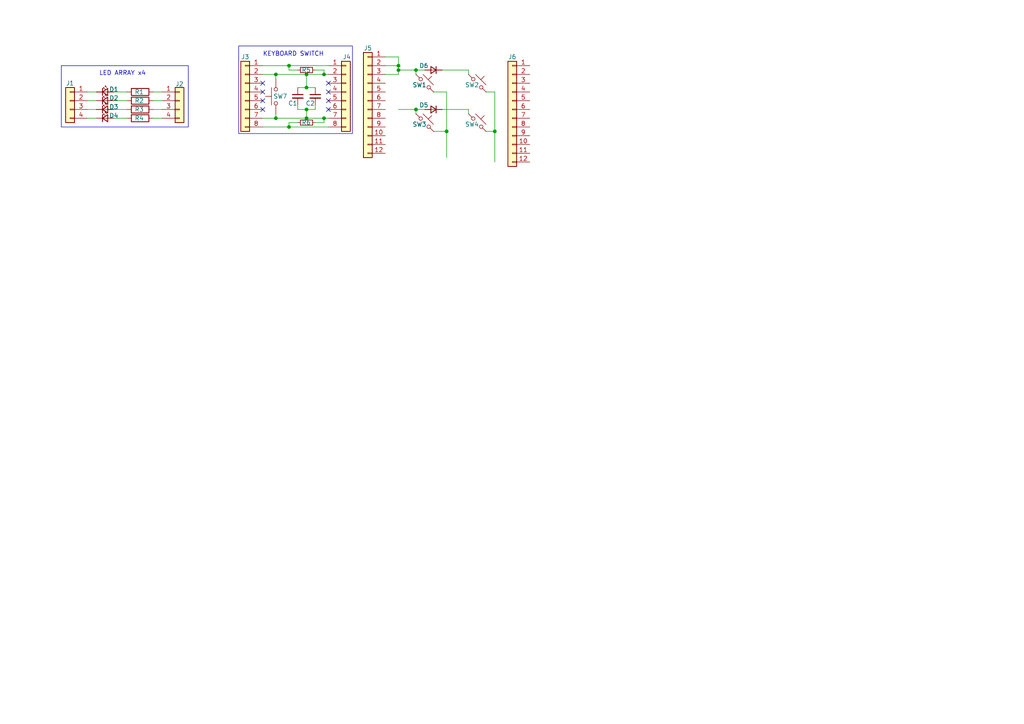
<source format=kicad_sch>
(kicad_sch (version 20231120) (generator "eeschema") (generator_version "8.0")
  (paper "A4")
  (lib_symbols
    (symbol "Connector_Generic:Conn_01x04" (pin_names (offset 1.016) hide)
      (property "Reference" "J" (at 0 5.08 0))
      (property "Value" "Conn_01x04" (at 0 -7.62 0))
      (symbol "Conn_01x04_1_1"
        (rectangle (start -1.27 -4.953) (end 0 -5.207) (stroke (width 0.1524)))
        (rectangle (start -1.27 -2.413) (end 0 -2.667) (stroke (width 0.1524)))
        (rectangle (start -1.27 0.127) (end 0 -0.127) (stroke (width 0.1524)))
        (rectangle (start -1.27 2.667) (end 0 2.413) (stroke (width 0.1524)))
        (rectangle (start -1.27 3.81) (end 1.27 -6.35) (stroke (width 0.254)) (fill (type background)))
        (pin passive line (at -5.08 2.54 0) (length 3.81) (name "Pin_1") (number "1"))
        (pin passive line (at -5.08 0 0) (length 3.81) (name "Pin_2") (number "2"))
        (pin passive line (at -5.08 -2.54 0) (length 3.81) (name "Pin_3") (number "3"))
        (pin passive line (at -5.08 -5.08 0) (length 3.81) (name "Pin_4") (number "4"))
      )
    )
    (symbol "Connector_Generic:Conn_01x08" (pin_names (offset 1.016) hide)
      (property "Reference" "J" (at 0 10.16 0))
      (property "Value" "Conn_01x08" (at 0 -12.7 0))
      (symbol "Conn_01x08_1_1"
        (rectangle (start -1.27 -10.033) (end 0 -10.287) (stroke (width 0.1524)))
        (rectangle (start -1.27 -7.493) (end 0 -7.747) (stroke (width 0.1524)))
        (rectangle (start -1.27 -4.953) (end 0 -5.207) (stroke (width 0.1524)))
        (rectangle (start -1.27 -2.413) (end 0 -2.667) (stroke (width 0.1524)))
        (rectangle (start -1.27 0.127) (end 0 -0.127) (stroke (width 0.1524)))
        (rectangle (start -1.27 2.667) (end 0 2.413) (stroke (width 0.1524)))
        (rectangle (start -1.27 5.207) (end 0 4.953) (stroke (width 0.1524)))
        (rectangle (start -1.27 7.747) (end 0 7.493) (stroke (width 0.1524)))
        (rectangle (start -1.27 8.89) (end 1.27 -11.43) (stroke (width 0.254)) (fill (type background)))
        (pin passive line (at -5.08 7.62 0) (length 3.81) (name "Pin_1") (number "1"))
        (pin passive line (at -5.08 5.08 0) (length 3.81) (name "Pin_2") (number "2"))
        (pin passive line (at -5.08 2.54 0) (length 3.81) (name "Pin_3") (number "3"))
        (pin passive line (at -5.08 0 0) (length 3.81) (name "Pin_4") (number "4"))
        (pin passive line (at -5.08 -2.54 0) (length 3.81) (name "Pin_5") (number "5"))
        (pin passive line (at -5.08 -5.08 0) (length 3.81) (name "Pin_6") (number "6"))
        (pin passive line (at -5.08 -7.62 0) (length 3.81) (name "Pin_7") (number "7"))
        (pin passive line (at -5.08 -10.16 0) (length 3.81) (name "Pin_8") (number "8"))
      )
    )
    (symbol "Connector_Generic:Conn_01x12" (pin_names (offset 1.016) hide)
      (property "Reference" "J" (at 0 15.24 0))
      (property "Value" "Conn_01x12" (at 0 -17.78 0))
      (symbol "Conn_01x12_1_1"
        (rectangle (start -1.27 -15.113) (end 0 -15.367) (stroke (width 0.1524)))
        (rectangle (start -1.27 -12.573) (end 0 -12.827) (stroke (width 0.1524)))
        (rectangle (start -1.27 -10.033) (end 0 -10.287) (stroke (width 0.1524)))
        (rectangle (start -1.27 -7.493) (end 0 -7.747) (stroke (width 0.1524)))
        (rectangle (start -1.27 -4.953) (end 0 -5.207) (stroke (width 0.1524)))
        (rectangle (start -1.27 -2.413) (end 0 -2.667) (stroke (width 0.1524)))
        (rectangle (start -1.27 0.127) (end 0 -0.127) (stroke (width 0.1524)))
        (rectangle (start -1.27 2.667) (end 0 2.413) (stroke (width 0.1524)))
        (rectangle (start -1.27 5.207) (end 0 4.953) (stroke (width 0.1524)))
        (rectangle (start -1.27 7.747) (end 0 7.493) (stroke (width 0.1524)))
        (rectangle (start -1.27 10.287) (end 0 10.033) (stroke (width 0.1524)))
        (rectangle (start -1.27 12.827) (end 0 12.573) (stroke (width 0.1524)))
        (rectangle (start -1.27 13.97) (end 1.27 -16.51) (stroke (width 0.254)) (fill (type background)))
        (pin passive line (at -5.08 12.7 0) (length 3.81) (name "Pin_1") (number "1"))
        (pin passive line (at -5.08 -10.16 0) (length 3.81) (name "Pin_10") (number "10"))
        (pin passive line (at -5.08 -12.7 0) (length 3.81) (name "Pin_11") (number "11"))
        (pin passive line (at -5.08 -15.24 0) (length 3.81) (name "Pin_12") (number "12"))
        (pin passive line (at -5.08 10.16 0) (length 3.81) (name "Pin_2") (number "2"))
        (pin passive line (at -5.08 7.62 0) (length 3.81) (name "Pin_3") (number "3"))
        (pin passive line (at -5.08 5.08 0) (length 3.81) (name "Pin_4") (number "4"))
        (pin passive line (at -5.08 2.54 0) (length 3.81) (name "Pin_5") (number "5"))
        (pin passive line (at -5.08 0 0) (length 3.81) (name "Pin_6") (number "6"))
        (pin passive line (at -5.08 -2.54 0) (length 3.81) (name "Pin_7") (number "7"))
        (pin passive line (at -5.08 -5.08 0) (length 3.81) (name "Pin_8") (number "8"))
        (pin passive line (at -5.08 -7.62 0) (length 3.81) (name "Pin_9") (number "9"))
      )
    )
    (symbol "Device:C_Small" (pin_numbers hide) (pin_names (offset 0.254) hide)
      (property "Reference" "C" (at 0.254 1.778 0))
      (property "Value" "C_Small" (at 0.254 -2.032 0))
      (symbol "C_Small_0_1"
        (polyline (pts (xy -1.524 -0.508) (xy 1.524 -0.508)) (stroke (width 0.3302)))
        (polyline (pts (xy -1.524 0.508) (xy 1.524 0.508)) (stroke (width 0.3048)))
      )
      (symbol "C_Small_1_1"
        (pin passive line (at 0 2.54 270) (length 2.032) (name "~") (number "1"))
        (pin passive line (at 0 -2.54 90) (length 2.032) (name "~") (number "2"))
      )
    )
    (symbol "Device:D_Small" (pin_numbers hide) (pin_names (offset 0.254) hide)
      (property "Reference" "D" (at -1.27 2.032 0))
      (property "Value" "D_Small" (at -3.81 -2.032 0))
      (symbol "D_Small_0_1"
        (polyline (pts (xy -0.762 -1.016) (xy -0.762 1.016)) (stroke (width 0.254)))
        (polyline (pts (xy -0.762 0) (xy 0.762 0)))
        (polyline (pts (xy 0.762 -1.016) (xy -0.762 0) (xy 0.762 1.016) (xy 0.762 -1.016)) (stroke (width 0.254)))
      )
      (symbol "D_Small_1_1"
        (pin passive line (at -2.54 0 0) (length 1.778) (name "K") (number "1"))
        (pin passive line (at 2.54 0 180) (length 1.778) (name "A") (number "2"))
      )
    )
    (symbol "Device:LED_Small" (pin_numbers hide) (pin_names (offset 0.254) hide)
      (property "Reference" "D" (at -1.27 3.175 0))
      (property "Value" "LED_Small" (at -4.445 -2.54 0))
      (symbol "LED_Small_0_1"
        (polyline (pts (xy -0.762 -1.016) (xy -0.762 1.016)) (stroke (width 0.254)))
        (polyline (pts (xy 1.016 0) (xy -0.762 0)))
        (polyline (pts (xy 0.762 -1.016) (xy -0.762 0) (xy 0.762 1.016) (xy 0.762 -1.016)) (stroke (width 0.254)))
        (polyline (pts (xy 0 0.762) (xy -0.508 1.27) (xy -0.254 1.27) (xy -0.508 1.27) (xy -0.508 1.016)))
        (polyline (pts (xy 0.508 1.27) (xy 0 1.778) (xy 0.254 1.778) (xy 0 1.778) (xy 0 1.524)))
      )
      (symbol "LED_Small_1_1"
        (pin passive line (at -2.54 0 0) (length 1.778) (name "K") (number "1"))
        (pin passive line (at 2.54 0 180) (length 1.778) (name "A") (number "2"))
      )
    )
    (symbol "Device:R" (pin_numbers hide) (pin_names (offset 0))
      (property "Reference" "R" (at 2.032 0 90))
      (property "Value" "R" (at 0 0 90))
      (symbol "R_0_1"
        (rectangle (start -1.016 -2.54) (end 1.016 2.54) (stroke (width 0.254)))
      )
      (symbol "R_1_1"
        (pin passive line (at 0 3.81 270) (length 1.27) (name "~") (number "1"))
        (pin passive line (at 0 -3.81 90) (length 1.27) (name "~") (number "2"))
      )
    )
    (symbol "Device:R_Small" (pin_numbers hide) (pin_names (offset 0.254) hide)
      (property "Reference" "R" (at 0.762 0.508 0))
      (property "Value" "R_Small" (at 0.762 -1.016 0))
      (symbol "R_Small_0_1"
        (rectangle (start -0.762 1.778) (end 0.762 -1.778) (stroke (width 0.2032)))
      )
      (symbol "R_Small_1_1"
        (pin passive line (at 0 2.54 270) (length 0.762) (name "~") (number "1"))
        (pin passive line (at 0 -2.54 90) (length 0.762) (name "~") (number "2"))
      )
    )
    (symbol "Switch:SW_Push" (pin_numbers hide) (pin_names (offset 1.016) hide)
      (property "Reference" "SW" (at 1.27 2.54 0))
      (property "Value" "SW_Push" (at 0 -1.524 0))
      (symbol "SW_Push_0_1"
        (circle (center -2.032 0) (radius 0.508))
        (polyline (pts (xy 0 1.27) (xy 0 3.048)))
        (polyline (pts (xy 2.54 1.27) (xy -2.54 1.27)))
        (circle (center 2.032 0) (radius 0.508))
        (pin passive line (at -5.08 0 0) (length 2.54) (name "1") (number "1"))
        (pin passive line (at 5.08 0 180) (length 2.54) (name "2") (number "2"))
      )
    )
    (symbol "Switch:SW_Push_45deg" (pin_numbers hide) (pin_names (offset 1.016) hide)
      (property "Reference" "SW" (at 3.048 1.016 0))
      (property "Value" "SW_Push_45deg" (at 0 -3.81 0))
      (symbol "SW_Push_45deg_0_1"
        (circle (center -1.1684 1.1684) (radius 0.508))
        (polyline (pts (xy -0.508 2.54) (xy 2.54 -0.508)))
        (polyline (pts (xy 1.016 1.016) (xy 2.032 2.032)))
        (polyline (pts (xy -2.54 2.54) (xy -1.524 1.524) (xy -1.524 1.524)))
        (polyline (pts (xy 1.524 -1.524) (xy 2.54 -2.54) (xy 2.54 -2.54) (xy 2.54 -2.54)))
        (circle (center 1.143 -1.1938) (radius 0.508))
        (pin passive line (at -2.54 2.54 0) (length 0) (name "1") (number "1"))
        (pin passive line (at 2.54 -2.54 180) (length 0) (name "2") (number "2"))
      )
    )
  )
  (junction (at 80.01 34.29))
  (junction (at 93.98 21.59))
  (junction (at 88.9 34.29))
  (junction (at 115.57 20.32))
  (junction (at 83.82 36.83))
  (junction (at 88.9 21.59))
  (junction (at 120.65 31.75))
  (junction (at 129.54 38.1))
  (junction (at 120.65 20.32))
  (junction (at 83.82 19.05))
  (junction (at 88.9 25.4))
  (junction (at 80.01 21.59))
  (junction (at 115.57 19.05))
  (junction (at 143.51 38.1))
  (junction (at 93.98 34.29))
  (junction (at 88.9 31.75))
  (no_connect (at 95.25 24.13))
  (no_connect (at 95.25 29.21))
  (no_connect (at 95.25 31.75))
  (no_connect (at 95.25 26.67))
  (no_connect (at 76.2 29.21))
  (no_connect (at 76.2 26.67))
  (no_connect (at 76.2 24.13))
  (no_connect (at 76.2 31.75))
  (wire (pts (xy 83.82 35.56) (xy 83.82 36.83)))
  (wire (pts (xy 129.54 26.67) (xy 129.54 38.1)))
  (wire (pts (xy 135.89 21.59) (xy 135.89 20.32)))
  (wire (pts (xy 120.65 31.75) (xy 123.19 31.75)))
  (wire (pts (xy 25.4 34.29) (xy 27.94 34.29)))
  (wire (pts (xy 44.45 26.67) (xy 46.99 26.67)))
  (wire (pts (xy 88.9 31.75) (xy 88.9 34.29)))
  (wire (pts (xy 86.36 30.48) (xy 86.36 31.75)))
  (wire (pts (xy 80.01 21.59) (xy 88.9 21.59)))
  (wire (pts (xy 25.4 29.21) (xy 27.94 29.21)))
  (wire (pts (xy 91.44 35.56) (xy 93.98 35.56)))
  (wire (pts (xy 33.02 31.75) (xy 36.83 31.75)))
  (wire (pts (xy 88.9 21.59) (xy 88.9 25.4)))
  (wire (pts (xy 80.01 33.02) (xy 80.01 34.29)))
  (wire (pts (xy 120.65 31.75) (xy 120.65 33.02)))
  (wire (pts (xy 115.57 16.51) (xy 111.76 16.51)))
  (wire (pts (xy 76.2 36.83) (xy 83.82 36.83)))
  (wire (pts (xy 115.57 21.59) (xy 115.57 20.32)))
  (wire (pts (xy 143.51 26.67) (xy 143.51 38.1)))
  (wire (pts (xy 83.82 19.05) (xy 95.25 19.05)))
  (wire (pts (xy 125.73 38.1) (xy 129.54 38.1)))
  (wire (pts (xy 115.57 20.32) (xy 120.65 20.32)))
  (wire (pts (xy 135.89 33.02) (xy 135.89 31.75)))
  (wire (pts (xy 88.9 25.4) (xy 91.44 25.4)))
  (wire (pts (xy 88.9 34.29) (xy 93.98 34.29)))
  (wire (pts (xy 86.36 31.75) (xy 88.9 31.75)))
  (wire (pts (xy 140.97 26.67) (xy 143.51 26.67)))
  (wire (pts (xy 86.36 20.32) (xy 83.82 20.32)))
  (wire (pts (xy 93.98 34.29) (xy 93.98 35.56)))
  (wire (pts (xy 120.65 20.32) (xy 120.65 21.59)))
  (wire (pts (xy 143.51 38.1) (xy 143.51 46.99)))
  (wire (pts (xy 80.01 21.59) (xy 80.01 22.86)))
  (wire (pts (xy 140.97 38.1) (xy 143.51 38.1)))
  (wire (pts (xy 111.76 19.05) (xy 115.57 19.05)))
  (wire (pts (xy 44.45 29.21) (xy 46.99 29.21)))
  (wire (pts (xy 83.82 20.32) (xy 83.82 19.05)))
  (wire (pts (xy 88.9 31.75) (xy 91.44 31.75)))
  (wire (pts (xy 76.2 21.59) (xy 80.01 21.59)))
  (wire (pts (xy 33.02 29.21) (xy 36.83 29.21)))
  (wire (pts (xy 25.4 31.75) (xy 27.94 31.75)))
  (wire (pts (xy 76.2 34.29) (xy 80.01 34.29)))
  (wire (pts (xy 93.98 21.59) (xy 95.25 21.59)))
  (wire (pts (xy 115.57 31.75) (xy 120.65 31.75)))
  (wire (pts (xy 88.9 21.59) (xy 93.98 21.59)))
  (wire (pts (xy 33.02 34.29) (xy 36.83 34.29)))
  (wire (pts (xy 44.45 34.29) (xy 46.99 34.29)))
  (wire (pts (xy 33.02 26.67) (xy 36.83 26.67)))
  (wire (pts (xy 93.98 20.32) (xy 93.98 21.59)))
  (wire (pts (xy 86.36 25.4) (xy 88.9 25.4)))
  (wire (pts (xy 83.82 36.83) (xy 95.25 36.83)))
  (wire (pts (xy 125.73 26.67) (xy 129.54 26.67)))
  (wire (pts (xy 128.27 31.75) (xy 135.89 31.75)))
  (wire (pts (xy 80.01 34.29) (xy 88.9 34.29)))
  (wire (pts (xy 25.4 26.67) (xy 27.94 26.67)))
  (wire (pts (xy 76.2 19.05) (xy 83.82 19.05)))
  (wire (pts (xy 120.65 20.32) (xy 123.19 20.32)))
  (wire (pts (xy 115.57 19.05) (xy 115.57 16.51)))
  (wire (pts (xy 129.54 38.1) (xy 129.54 45.72)))
  (wire (pts (xy 91.44 20.32) (xy 93.98 20.32)))
  (wire (pts (xy 83.82 35.56) (xy 86.36 35.56)))
  (wire (pts (xy 111.76 21.59) (xy 115.57 21.59)))
  (wire (pts (xy 115.57 20.32) (xy 115.57 19.05)))
  (wire (pts (xy 128.27 20.32) (xy 135.89 20.32)))
  (wire (pts (xy 93.98 34.29) (xy 95.25 34.29)))
  (wire (pts (xy 44.45 31.75) (xy 46.99 31.75)))
  (wire (pts (xy 91.44 30.48) (xy 91.44 31.75)))
  (rectangle (start 69.215 13.335) (end 102.235 38.735))
  (rectangle (start 17.78 19.05) (end 54.61 36.83))
  (text "LED ARRAY x4" (at 35.56 21.336 0) (effects (font (size 1.27 1.27))))
  (text "KEYBOARD SWITCH\n" (at 85.09 15.748 0) (effects (font (size 1.27 1.27))))
  (symbol (lib_id "Connector_Generic:Conn_01x08") (at 100.33 26.67 0) (unit 1)
    (property "Reference" "J4" (at 100.584 16.51 0))
    (property "Value" "Conn_01x08" (effects (hide yes)))
    (property "Footprint" "Connector_PinHeader_2.54mm:PinHeader_1x08_P2.54mm_Vertical" (effects (hide yes)))
    (property "Description" "Generic connector, single row, 01x08, script generated (kicad-library-utils/schlib/autogen/connector/)" (effects (hide yes)))
  )
  (symbol (lib_id "Switch:SW_Push") (at 80.01 27.94 90) (unit 1)
    (property "Reference" "SW7" (at 79.248 27.94 90) (effects (justify right)))
    (property "Value" "SW_Push" (effects (hide yes)))
    (property "Footprint" "Button_Switch_Keyboard:SW_Hotswap_Kailh_MX_1.00u" (effects (hide yes)))
    (property "Description" "Push button switch, generic, two pins" (effects (hide yes)))
  )
  (symbol (lib_id "Device:LED_Small") (at 30.48 29.21 0) (unit 1)
    (property "Reference" "D2" (at 33.02 28.448 0))
    (property "Value" "LED_Small" (effects (hide yes)))
    (property "Footprint" "LED_SMD:LED_1206_3216Metric_Pad1.42x1.75mm_HandSolder" (effects (hide yes)))
    (property "Description" "Light emitting diode, small symbol" (effects (hide yes)))
  )
  (symbol (lib_id "Connector_Generic:Conn_01x08") (at 71.12 26.67 0) (mirror y) (unit 1)
    (property "Reference" "J3" (at 71.12 16.51 0))
    (property "Value" "Conn_01x08" (effects (hide yes)))
    (property "Footprint" "Connector_PinHeader_2.54mm:PinHeader_1x08_P2.54mm_Vertical" (effects (hide yes)))
    (property "Description" "Generic connector, single row, 01x08, script generated (kicad-library-utils/schlib/autogen/connector/)" (effects (hide yes)))
  )
  (symbol (lib_id "Device:C_Small") (at 91.44 27.94 0) (unit 1)
    (property "Reference" "C2" (at 88.646 29.972 0) (effects (justify left)))
    (property "Value" "C_Small" (effects (hide yes)))
    (property "Footprint" "Capacitor_SMD:C_1206_3216Metric_Pad1.33x1.80mm_HandSolder" (effects (hide yes)))
    (property "Description" "Unpolarized capacitor, small symbol" (effects (hide yes)))
  )
  (symbol (lib_id "Switch:SW_Push_45deg") (at 138.43 35.56 0) (unit 1)
    (property "Reference" "SW4" (at 136.906 36.068 0))
    (property "Value" "SW_Push_45deg" (effects (hide yes)))
    (property "Footprint" "Button_Switch_THT:SW_PUSH-12mm" (effects (hide yes)))
    (property "Description" "Push button switch, normally open, two pins, 45° tilted" (effects (hide yes)))
  )
  (symbol (lib_id "Device:D_Small") (at 125.73 31.75 0) (mirror y) (unit 1)
    (property "Reference" "D5" (at 122.936 30.48 0))
    (property "Value" "D_Small" (effects (hide yes)))
    (property "Footprint" "Diode_SMD:D_1206_3216Metric_Pad1.42x1.75mm_HandSolder" (effects (hide yes)))
    (property "Description" "Diode, small symbol" (effects (hide yes)))
    (property "Sim.Device" "D" (effects (hide yes)))
    (property "Sim.Pins" "1=K 2=A" (effects (hide yes)))
  )
  (symbol (lib_id "Device:D_Small") (at 125.73 20.32 0) (mirror y) (unit 1)
    (property "Reference" "D6" (at 122.936 19.05 0))
    (property "Value" "D_Small" (effects (hide yes)))
    (property "Footprint" "Diode_SMD:D_1206_3216Metric_Pad1.42x1.75mm_HandSolder" (effects (hide yes)))
    (property "Description" "Diode, small symbol" (effects (hide yes)))
    (property "Sim.Device" "D" (effects (hide yes)))
    (property "Sim.Pins" "1=K 2=A" (effects (hide yes)))
  )
  (symbol (lib_id "Switch:SW_Push_45deg") (at 123.19 35.56 0) (unit 1)
    (property "Reference" "SW3" (at 121.666 36.068 0))
    (property "Value" "SW_Push_45deg" (effects (hide yes)))
    (property "Footprint" "Button_Switch_THT:SW_PUSH-12mm" (effects (hide yes)))
    (property "Description" "Push button switch, normally open, two pins, 45° tilted" (effects (hide yes)))
  )
  (symbol (lib_id "Device:LED_Small") (at 30.48 26.67 0) (unit 1)
    (property "Reference" "D1" (at 33.02 25.908 0))
    (property "Value" "LED_Small" (effects (hide yes)))
    (property "Footprint" "LED_SMD:LED_1206_3216Metric_Pad1.42x1.75mm_HandSolder" (effects (hide yes)))
    (property "Description" "Light emitting diode, small symbol" (effects (hide yes)))
  )
  (symbol (lib_id "Switch:SW_Push_45deg") (at 123.19 24.13 0) (unit 1)
    (property "Reference" "SW1" (at 121.666 24.638 0))
    (property "Value" "SW_Push_45deg" (effects (hide yes)))
    (property "Footprint" "Button_Switch_THT:SW_PUSH-12mm" (effects (hide yes)))
    (property "Description" "Push button switch, normally open, two pins, 45° tilted" (effects (hide yes)))
  )
  (symbol (lib_id "Device:R") (at 40.64 29.21 90) (unit 1)
    (property "Reference" "R2" (at 40.386 29.21 90))
    (property "Value" "R" (effects (hide yes)))
    (property "Footprint" "Resistor_SMD:R_1206_3216Metric_Pad1.30x1.75mm_HandSolder" (effects (hide yes)))
    (property "Description" "Resistor" (effects (hide yes)))
  )
  (symbol (lib_id "Connector_Generic:Conn_01x04") (at 52.07 29.21 0) (unit 1)
    (property "Reference" "J2" (at 52.07 24.384 0))
    (property "Value" "Conn_01x04" (effects (hide yes)))
    (property "Footprint" "Connector_PinHeader_2.54mm:PinHeader_1x04_P2.54mm_Vertical" (effects (hide yes)))
    (property "Description" "Generic connector, single row, 01x04, script generated (kicad-library-utils/schlib/autogen/connector/)" (effects (hide yes)))
  )
  (symbol (lib_id "Device:R_Small") (at 88.9 35.56 90) (unit 1)
    (property "Reference" "R6" (at 90.17 35.56 90) (effects (justify left)))
    (property "Value" "R_Small" (effects (hide yes)))
    (property "Footprint" "Resistor_SMD:R_1206_3216Metric_Pad1.30x1.75mm_HandSolder" (effects (hide yes)))
    (property "Description" "Resistor, small symbol" (effects (hide yes)))
  )
  (symbol (lib_id "Connector_Generic:Conn_01x04") (at 20.32 29.21 0) (mirror y) (unit 1)
    (property "Reference" "J1" (at 20.32 24.13 0))
    (property "Value" "Conn_01x04" (effects (hide yes)))
    (property "Footprint" "Connector_PinHeader_2.54mm:PinHeader_1x04_P2.54mm_Vertical" (effects (hide yes)))
    (property "Description" "Generic connector, single row, 01x04, script generated (kicad-library-utils/schlib/autogen/connector/)" (effects (hide yes)))
  )
  (symbol (lib_id "Device:LED_Small") (at 30.48 31.75 0) (unit 1)
    (property "Reference" "D3" (at 33.02 30.988 0))
    (property "Value" "LED_Small" (effects (hide yes)))
    (property "Footprint" "LED_SMD:LED_1206_3216Metric_Pad1.42x1.75mm_HandSolder" (effects (hide yes)))
    (property "Description" "Light emitting diode, small symbol" (effects (hide yes)))
  )
  (symbol (lib_id "Device:R_Small") (at 88.9 20.32 90) (unit 1)
    (property "Reference" "R5" (at 90.17 20.32 90) (effects (justify left)))
    (property "Value" "R_Small" (effects (hide yes)))
    (property "Footprint" "Resistor_SMD:R_1206_3216Metric_Pad1.30x1.75mm_HandSolder" (effects (hide yes)))
    (property "Description" "Resistor, small symbol" (effects (hide yes)))
  )
  (symbol (lib_id "Device:R") (at 40.64 26.67 90) (unit 1)
    (property "Reference" "R1" (at 40.386 26.67 90))
    (property "Value" "R" (effects (hide yes)))
    (property "Footprint" "Resistor_SMD:R_1206_3216Metric_Pad1.30x1.75mm_HandSolder" (effects (hide yes)))
    (property "Description" "Resistor" (effects (hide yes)))
  )
  (symbol (lib_id "Device:LED_Small") (at 30.48 34.29 0) (unit 1)
    (property "Reference" "D4" (at 33.02 33.528 0))
    (property "Value" "LED_Small" (effects (hide yes)))
    (property "Footprint" "LED_SMD:LED_1206_3216Metric_Pad1.42x1.75mm_HandSolder" (effects (hide yes)))
    (property "Description" "Light emitting diode, small symbol" (effects (hide yes)))
  )
  (symbol (lib_id "Device:R") (at 40.64 31.75 90) (unit 1)
    (property "Reference" "R3" (at 40.386 31.75 90))
    (property "Value" "R" (effects (hide yes)))
    (property "Footprint" "Resistor_SMD:R_1206_3216Metric_Pad1.30x1.75mm_HandSolder" (effects (hide yes)))
    (property "Description" "Resistor" (effects (hide yes)))
  )
  (symbol (lib_id "Device:R") (at 40.64 34.29 90) (unit 1)
    (property "Reference" "R4" (at 40.386 34.29 90))
    (property "Value" "R" (effects (hide yes)))
    (property "Footprint" "Resistor_SMD:R_1206_3216Metric_Pad1.30x1.75mm_HandSolder" (effects (hide yes)))
    (property "Description" "Resistor" (effects (hide yes)))
  )
  (symbol (lib_id "Switch:SW_Push_45deg") (at 138.43 24.13 0) (unit 1)
    (property "Reference" "SW2" (at 136.906 24.638 0))
    (property "Value" "SW_Push_45deg" (effects (hide yes)))
    (property "Footprint" "Button_Switch_THT:SW_PUSH-12mm" (effects (hide yes)))
    (property "Description" "Push button switch, normally open, two pins, 45° tilted" (effects (hide yes)))
  )
  (symbol (lib_id "Connector_Generic:Conn_01x12") (at 148.59 31.75 0) (mirror y) (unit 1)
    (property "Reference" "J6" (at 148.59 16.51 0))
    (property "Value" "Conn_01x12" (effects (hide yes)))
    (property "Footprint" "Connector_PinHeader_2.54mm:PinHeader_1x12_P2.54mm_Vertical" (effects (hide yes)))
    (property "Description" "Generic connector, single row, 01x12, script generated (kicad-library-utils/schlib/autogen/connector/)" (effects (hide yes)))
  )
  (symbol (lib_id "Device:C_Small") (at 86.36 27.94 0) (unit 1)
    (property "Reference" "C1" (at 83.566 29.972 0) (effects (justify left)))
    (property "Value" "C_Small" (effects (hide yes)))
    (property "Footprint" "Capacitor_SMD:C_1206_3216Metric_Pad1.33x1.80mm_HandSolder" (effects (hide yes)))
    (property "Description" "Unpolarized capacitor, small symbol" (effects (hide yes)))
  )
  (symbol (lib_id "Connector_Generic:Conn_01x12") (at 106.68 29.21 0) (mirror y) (unit 1)
    (property "Reference" "J5" (at 106.68 13.97 0))
    (property "Value" "Conn_01x12" (effects (hide yes)))
    (property "Footprint" "Connector_PinHeader_2.54mm:PinHeader_1x12_P2.54mm_Vertical" (effects (hide yes)))
    (property "Description" "Generic connector, single row, 01x12, script generated (kicad-library-utils/schlib/autogen/connector/)" (effects (hide yes)))
  )
)
</source>
